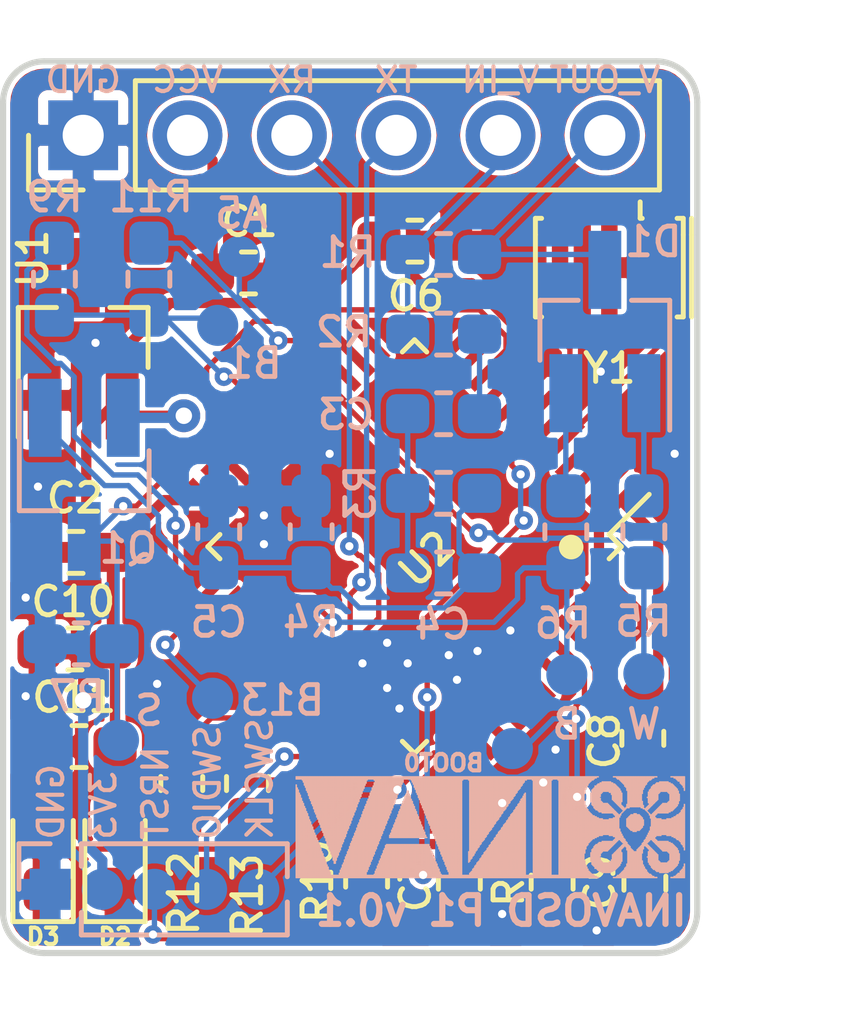
<source format=kicad_pcb>
(kicad_pcb (version 20171130) (host pcbnew "(5.0.1-3-g963ef8bb5)")
  (layers (0 F.Cu signal) (31 B.Cu signal) (34 B.Paste user) (35 F.Paste user) (36 B.SilkS user) (37 F.SilkS user) (38 B.Mask user) (39 F.Mask user) (44 Edge.Cuts user))
  (net 0 "")
  (net 1 GND)
  (net 2 VCC)
  (net 3 +3V3)
  (net 4 "Net-(C3-Pad2)")
  (net 5 "Net-(C3-Pad1)")
  (net 6 "Net-(C4-Pad2)")
  (net 7 "Net-(D1-Pad1)")
  (net 8 "Net-(D1-Pad2)")
  (net 9 /VIDEO_OUT)
  (net 10 /RX1)
  (net 11 /TX1)
  (net 12 /VIDEO_IN)
  (net 13 /NRST)
  (net 14 /SWCLK)
  (net 15 /SWDIO)
  (net 16 /SYNC)
  (net 17 /WHITE)
  (net 18 /BLACK)
  (net 19 /PA5)
  (net 20 /PB1)
  (net 21 /PB13)
  (net 22 "Net-(U2-Pad2)")
  (net 23 "Net-(U2-Pad3)")
  (net 24 "Net-(U2-Pad4)")
  (net 25 "Net-(U2-Pad11)")
  (net 26 "Net-(U2-Pad12)")
  (net 27 "Net-(U2-Pad13)")
  (net 28 "Net-(U2-Pad14)")
  (net 29 "Net-(U2-Pad17)")
  (net 30 "Net-(U2-Pad18)")
  (net 31 "Net-(U2-Pad20)")
  (net 32 "Net-(U2-Pad21)")
  (net 33 "Net-(U2-Pad22)")
  (net 34 "Net-(U2-Pad25)")
  (net 35 "Net-(U2-Pad28)")
  (net 36 "Net-(U2-Pad29)")
  (net 37 "Net-(U2-Pad38)")
  (net 38 "Net-(U2-Pad39)")
  (net 39 "Net-(U2-Pad40)")
  (net 40 "Net-(U2-Pad41)")
  (net 41 "Net-(U2-Pad42)")
  (net 42 "Net-(U2-Pad43)")
  (net 43 "Net-(U2-Pad45)")
  (net 44 "Net-(U2-Pad46)")
  (net 45 "Net-(U2-Pad5)")
  (net 46 "Net-(U2-Pad6)")
  (net 47 "Net-(D2-Pad2)")
  (net 48 "Net-(D3-Pad2)")
  (net 49 /BOOT0)
  (net 50 /LED1)
  (net 51 /LED2)
  (module OSD:LOGO (layer B.Cu) (at 159.7 69.85 180)
    (fp_text reference LOGO hide)
    (fp_text value "" (at 0 0 180) (layer B.SilkS) (effects (font (size 0.7 0.7) (thickness 0.12)) (justify mirror)))
  )
  (module Resistor_SMD:R_0603_1608Metric_Pad1.05x0.95mm_HandSolder (layer B.Cu) (at 153.675 62.9625 180)
    (fp_text reference R3 (at 2.025 0.0125 270) (layer B.SilkS) (effects (font (size 0.7 0.7) (thickness 0.12)) (justify mirror)))
    (fp_text value 2k4)
    (pad 2 smd roundrect (at 0.875 0 180) (size 1.05 0.95) (layers B.Cu B.Paste B.Mask) (net 4 "Net-(C3-Pad2)"))
    (pad 1 smd roundrect (at -0.875 0 180) (size 1.05 0.95) (layers B.Cu B.Paste B.Mask) (net 6 "Net-(C4-Pad2)"))
  )
  (module Capacitor_SMD:C_0603_1608Metric_Pad1.05x0.95mm_HandSolder (layer B.Cu) (at 153.675 64.9)
    (fp_text reference C4 (at -0.025 1.25) (layer B.SilkS) (effects (font (size 0.7 0.7) (thickness 0.12)) (justify mirror)))
    (fp_text value 220n)
    (pad 1 smd roundrect (at -0.875 0) (size 1.05 0.95) (layers B.Cu B.Paste B.Mask) (net 4 "Net-(C3-Pad2)"))
    (pad 2 smd roundrect (at 0.875 0) (size 1.05 0.95) (layers B.Cu B.Paste B.Mask) (net 6 "Net-(C4-Pad2)"))
  )
  (module Capacitor_SMD:C_0603_1608Metric_Pad1.05x0.95mm_HandSolder (layer F.Cu) (at 144.7 66.75 180)
    (fp_text reference C10 (at 0.04 1.15 180) (layer F.SilkS) (effects (font (size 0.7 0.7) (thickness 0.12))))
    (fp_text value 100n)
    (pad 1 smd roundrect (at -0.875 0 180) (size 1.05 0.95) (layers F.Cu F.Paste F.Mask) (net 3 +3V3))
    (pad 2 smd roundrect (at 0.875 0 180) (size 1.05 0.95) (layers F.Cu F.Paste F.Mask) (net 1 GND))
  )
  (module Capacitor_SMD:C_0603_1608Metric_Pad1.05x0.95mm_HandSolder (layer F.Cu) (at 148.925 57.6)
    (fp_text reference C1 (at 0.025 -1.25) (layer F.SilkS) (effects (font (size 0.7 0.7) (thickness 0.12))))
    (fp_text value 1u)
    (pad 2 smd roundrect (at 0.875 0) (size 1.05 0.95) (layers F.Cu F.Paste F.Mask) (net 1 GND))
    (pad 1 smd roundrect (at -0.875 0) (size 1.05 0.95) (layers F.Cu F.Paste F.Mask) (net 2 VCC))
  )
  (module Capacitor_SMD:C_0603_1608Metric_Pad1.05x0.95mm_HandSolder (layer F.Cu) (at 144.725 64.4 180)
    (fp_text reference C2 (at 0.025 1.32 180) (layer F.SilkS) (effects (font (size 0.7 0.7) (thickness 0.12))))
    (fp_text value 1u)
    (pad 1 smd roundrect (at -0.875 0 180) (size 1.05 0.95) (layers F.Cu F.Paste F.Mask) (net 3 +3V3))
    (pad 2 smd roundrect (at 0.875 0 180) (size 1.05 0.95) (layers F.Cu F.Paste F.Mask) (net 1 GND))
  )
  (module Capacitor_SMD:C_0603_1608Metric_Pad1.05x0.95mm_HandSolder (layer B.Cu) (at 153.675 61.025 180)
    (fp_text reference C3 (at 2.375 -0.025 180) (layer B.SilkS) (effects (font (size 0.7 0.7) (thickness 0.12)) (justify mirror)))
    (fp_text value 220n)
    (pad 2 smd roundrect (at 0.875 0 180) (size 1.05 0.95) (layers B.Cu B.Paste B.Mask) (net 4 "Net-(C3-Pad2)"))
    (pad 1 smd roundrect (at -0.875 0 180) (size 1.05 0.95) (layers B.Cu B.Paste B.Mask) (net 5 "Net-(C3-Pad1)"))
  )
  (module Capacitor_SMD:C_0603_1608Metric_Pad1.05x0.95mm_HandSolder (layer B.Cu) (at 148.2 63.9 90)
    (fp_text reference C5 (at -2.2 0 180) (layer B.SilkS) (effects (font (size 0.7 0.7) (thickness 0.12)) (justify mirror)))
    (fp_text value 150p)
    (pad 2 smd roundrect (at 0.875 0 90) (size 1.05 0.95) (layers B.Cu B.Paste B.Mask) (net 1 GND))
    (pad 1 smd roundrect (at -0.875 0 90) (size 1.05 0.95) (layers B.Cu B.Paste B.Mask) (net 6 "Net-(C4-Pad2)"))
  )
  (module Capacitor_SMD:C_0603_1608Metric_Pad1.05x0.95mm_HandSolder (layer F.Cu) (at 158.525 68.925 270)
    (fp_text reference C8 (at 0.065 0.935 270) (layer F.SilkS) (effects (font (size 0.7 0.7) (thickness 0.12))))
    (fp_text value 100n)
    (pad 1 smd roundrect (at -0.875 0 270) (size 1.05 0.95) (layers F.Cu F.Paste F.Mask) (net 3 +3V3))
    (pad 2 smd roundrect (at 0.875 0 270) (size 1.05 0.95) (layers F.Cu F.Paste F.Mask) (net 1 GND))
  )
  (module Capacitor_SMD:C_0603_1608Metric_Pad1.05x0.95mm_HandSolder (layer F.Cu) (at 158.575 72.45 270)
    (fp_text reference C9 (at -0.02 1.095 270) (layer F.SilkS) (effects (font (size 0.7 0.7) (thickness 0.12))))
    (fp_text value 100n)
    (pad 2 smd roundrect (at 0.875 0 270) (size 1.05 0.95) (layers F.Cu F.Paste F.Mask) (net 1 GND))
    (pad 1 smd roundrect (at -0.875 0 270) (size 1.05 0.95) (layers F.Cu F.Paste F.Mask) (net 3 +3V3))
  )
  (module Capacitor_SMD:C_0603_1608Metric_Pad1.05x0.95mm_HandSolder (layer F.Cu) (at 144.8 69.125 180)
    (fp_text reference C11 (at 0.12 1.195 180) (layer F.SilkS) (effects (font (size 0.7 0.7) (thickness 0.12))))
    (fp_text value 100n)
    (pad 2 smd roundrect (at 0.875 0 180) (size 1.05 0.95) (layers F.Cu F.Paste F.Mask) (net 1 GND))
    (pad 1 smd roundrect (at -0.875 0 180) (size 1.05 0.95) (layers F.Cu F.Paste F.Mask) (net 3 +3V3))
  )
  (module Package_TO_SOT_SMD:SOT-23_Handsoldering (layer B.Cu) (at 157.6 59.025 90)
    (fp_text reference D1 (at 2.185 1.18) (layer B.SilkS) (effects (font (size 0.7 0.7) (thickness 0.12)) (justify mirror)))
    (fp_text value BAT54S)
    (pad 1 smd rect (at -1.5 0.95 90) (size 1.9 0.8) (layers B.Cu B.Paste B.Mask) (net 7 "Net-(D1-Pad1)"))
    (pad 2 smd rect (at -1.5 -0.95 90) (size 1.9 0.8) (layers B.Cu B.Paste B.Mask) (net 8 "Net-(D1-Pad2)"))
    (pad 3 smd rect (at 1.5 0 90) (size 1.9 0.8) (layers B.Cu B.Paste B.Mask) (net 9 /VIDEO_OUT))
  )
  (module Connector_PinHeader_2.54mm:PinHeader_1x06_P2.54mm_Vertical (layer F.Cu) (at 144.9 54.25 90)
    (fp_text reference J1 hide)
    (fp_text value Conn_01x06)
    (pad 1 thru_hole rect (at 0 0 90) (size 1.7 1.7) (drill 1) (layers *.Cu *.Mask) (net 1 GND))
    (pad 2 thru_hole oval (at 0 2.54 90) (size 1.7 1.7) (drill 1) (layers *.Cu *.Mask) (net 2 VCC))
    (pad 3 thru_hole oval (at 0 5.08 90) (size 1.7 1.7) (drill 1) (layers *.Cu *.Mask) (net 10 /RX1))
    (pad 4 thru_hole oval (at 0 7.62 90) (size 1.7 1.7) (drill 1) (layers *.Cu *.Mask) (net 11 /TX1))
    (pad 5 thru_hole oval (at 0 10.16 90) (size 1.7 1.7) (drill 1) (layers *.Cu *.Mask) (net 12 /VIDEO_IN))
    (pad 6 thru_hole oval (at 0 12.7 90) (size 1.7 1.7) (drill 1) (layers *.Cu *.Mask) (net 9 /VIDEO_OUT))
  )
  (module Package_TO_SOT_SMD:SOT-23_Handsoldering (layer B.Cu) (at 144.925 62.625 270)
    (fp_text reference Q1 (at 1.675 -1.075) (layer B.SilkS) (effects (font (size 0.7 0.7) (thickness 0.12)) (justify mirror)))
    (fp_text value MMBT3906)
    (pad 1 smd rect (at -1.5 0.95 270) (size 1.9 0.8) (layers B.Cu B.Paste B.Mask) (net 6 "Net-(C4-Pad2)"))
    (pad 2 smd rect (at -1.5 -0.95 270) (size 1.9 0.8) (layers B.Cu B.Paste B.Mask) (net 3 +3V3))
    (pad 3 smd rect (at 1.5 0 270) (size 1.9 0.8) (layers B.Cu B.Paste B.Mask) (net 16 /SYNC))
  )
  (module Resistor_SMD:R_0603_1608Metric_Pad1.05x0.95mm_HandSolder (layer B.Cu) (at 153.675 57.15 180)
    (fp_text reference R1 (at 2.335 0.05 180) (layer B.SilkS) (effects (font (size 0.7 0.7) (thickness 0.12)) (justify mirror)))
    (fp_text value 10)
    (pad 1 smd roundrect (at -0.875 0 180) (size 1.05 0.95) (layers B.Cu B.Paste B.Mask) (net 9 /VIDEO_OUT))
    (pad 2 smd roundrect (at 0.875 0 180) (size 1.05 0.95) (layers B.Cu B.Paste B.Mask) (net 12 /VIDEO_IN))
  )
  (module Resistor_SMD:R_0603_1608Metric_Pad1.05x0.95mm_HandSolder (layer B.Cu) (at 153.675 59.0875 180)
    (fp_text reference R2 (at 2.425 0.05 180) (layer B.SilkS) (effects (font (size 0.7 0.7) (thickness 0.12)) (justify mirror)))
    (fp_text value 100)
    (pad 2 smd roundrect (at 0.875 0 180) (size 1.05 0.95) (layers B.Cu B.Paste B.Mask) (net 12 /VIDEO_IN))
    (pad 1 smd roundrect (at -0.875 0 180) (size 1.05 0.95) (layers B.Cu B.Paste B.Mask) (net 5 "Net-(C3-Pad1)"))
  )
  (module Resistor_SMD:R_0603_1608Metric_Pad1.05x0.95mm_HandSolder (layer B.Cu) (at 150.45 63.9 270)
    (fp_text reference R4 (at 2.2 0) (layer B.SilkS) (effects (font (size 0.7 0.7) (thickness 0.12)) (justify mirror)))
    (fp_text value 150k)
    (pad 2 smd roundrect (at 0.875 0 270) (size 1.05 0.95) (layers B.Cu B.Paste B.Mask) (net 6 "Net-(C4-Pad2)"))
    (pad 1 smd roundrect (at -0.875 0 270) (size 1.05 0.95) (layers B.Cu B.Paste B.Mask) (net 1 GND))
  )
  (module Resistor_SMD:R_0603_1608Metric_Pad1.05x0.95mm_HandSolder (layer B.Cu) (at 158.55 63.9 90)
    (fp_text reference R5 (at -2.18 -0.01 180) (layer B.SilkS) (effects (font (size 0.7 0.7) (thickness 0.12)) (justify mirror)))
    (fp_text value 4k7)
    (pad 2 smd roundrect (at 0.875 0 90) (size 1.05 0.95) (layers B.Cu B.Paste B.Mask) (net 7 "Net-(D1-Pad1)"))
    (pad 1 smd roundrect (at -0.875 0 90) (size 1.05 0.95) (layers B.Cu B.Paste B.Mask) (net 17 /WHITE))
  )
  (module Resistor_SMD:R_0603_1608Metric_Pad1.05x0.95mm_HandSolder (layer B.Cu) (at 156.65 63.9 90)
    (fp_text reference R6 (at -2.23 -0.07 180) (layer B.SilkS) (effects (font (size 0.7 0.7) (thickness 0.12)) (justify mirror)))
    (fp_text value 4k7)
    (pad 1 smd roundrect (at -0.875 0 90) (size 1.05 0.95) (layers B.Cu B.Paste B.Mask) (net 18 /BLACK))
    (pad 2 smd roundrect (at 0.875 0 90) (size 1.05 0.95) (layers B.Cu B.Paste B.Mask) (net 8 "Net-(D1-Pad2)"))
  )
  (module Resistor_SMD:R_0603_1608Metric_Pad1.05x0.95mm_HandSolder (layer B.Cu) (at 144.85 66.625)
    (fp_text reference R7 (at -0.1 1.275) (layer B.SilkS) (effects (font (size 0.7 0.7) (thickness 0.12)) (justify mirror)))
    (fp_text value 2k)
    (pad 1 smd roundrect (at -0.875 0) (size 1.05 0.95) (layers B.Cu B.Paste B.Mask) (net 1 GND))
    (pad 2 smd roundrect (at 0.875 0) (size 1.05 0.95) (layers B.Cu B.Paste B.Mask) (net 16 /SYNC))
  )
  (module Resistor_SMD:R_0603_1608Metric_Pad1.05x0.95mm_HandSolder (layer F.Cu) (at 156.316666 72.425 270)
    (fp_text reference R8 (at -0.085 1.056666 270) (layer F.SilkS) (effects (font (size 0.7 0.7) (thickness 0.12))))
    (fp_text value 100k)
    (pad 1 smd roundrect (at -0.875 0 270) (size 1.05 0.95) (layers F.Cu F.Paste F.Mask) (net 49 /BOOT0))
    (pad 2 smd roundrect (at 0.875 0 270) (size 1.05 0.95) (layers F.Cu F.Paste F.Mask) (net 1 GND))
  )
  (module Resistor_SMD:R_0603_1608Metric_Pad1.05x0.95mm_HandSolder (layer F.Cu) (at 151.8 72.375 270)
    (fp_text reference R10 (at 0.025 1.19 270) (layer F.SilkS) (effects (font (size 0.7 0.7) (thickness 0.12))))
    (fp_text value 1k)
    (pad 1 smd roundrect (at -0.875 0 270) (size 1.05 0.95) (layers F.Cu F.Paste F.Mask) (net 3 +3V3))
    (pad 2 smd roundrect (at 0.875 0 270) (size 1.05 0.95) (layers F.Cu F.Paste F.Mask) (net 13 /NRST))
  )
  (module Resistor_SMD:R_0603_1608Metric_Pad1.05x0.95mm_HandSolder (layer B.Cu) (at 146.5 57.75 90)
    (fp_text reference R11 (at 2 0.05 180) (layer B.SilkS) (effects (font (size 0.7 0.7) (thickness 0.12)) (justify mirror)))
    (fp_text value 100)
    (pad 1 smd roundrect (at -0.875 0 90) (size 1.05 0.95) (layers B.Cu B.Paste B.Mask) (net 20 /PB1))
    (pad 2 smd roundrect (at 0.875 0 90) (size 1.05 0.95) (layers B.Cu B.Paste B.Mask) (net 19 /PA5))
  )
  (module Package_TO_SOT_SMD:SOT-23_Handsoldering (layer F.Cu) (at 144.9 59.2 90)
    (fp_text reference U1 (at 1.95 -1.225 90) (layer F.SilkS) (effects (font (size 0.7 0.7) (thickness 0.12))))
    (fp_text value SC662K-3.3V)
    (pad 3 smd rect (at 1.5 0 90) (size 1.9 0.8) (layers F.Cu F.Paste F.Mask) (net 2 VCC))
    (pad 2 smd rect (at -1.5 0.95 90) (size 1.9 0.8) (layers F.Cu F.Paste F.Mask) (net 3 +3V3))
    (pad 1 smd rect (at -1.5 -0.95 90) (size 1.9 0.8) (layers F.Cu F.Paste F.Mask) (net 1 GND))
  )
  (module Package_QFP:LQFP-48_7x7mm_P0.5mm (layer F.Cu) (at 152.966905 64.259924 225)
    (fp_text reference U2 (at 0 -0.425 225) (layer F.SilkS) (effects (font (size 0.7 0.7) (thickness 0.12))))
    (fp_text value STM32F103CBTx)
    (pad 1 smd rect (at -4.35 -2.75 225) (size 1.3 0.25) (layers F.Cu F.Paste F.Mask) (net 3 +3V3))
    (pad 2 smd rect (at -4.35 -2.25 225) (size 1.3 0.25) (layers F.Cu F.Paste F.Mask) (net 22 "Net-(U2-Pad2)"))
    (pad 3 smd rect (at -4.35 -1.749999 225) (size 1.3 0.25) (layers F.Cu F.Paste F.Mask) (net 23 "Net-(U2-Pad3)"))
    (pad 4 smd rect (at -4.35 -1.25 225) (size 1.3 0.25) (layers F.Cu F.Paste F.Mask) (net 24 "Net-(U2-Pad4)"))
    (pad 5 smd rect (at -4.35 -0.750001 225) (size 1.3 0.25) (layers F.Cu F.Paste F.Mask) (net 45 "Net-(U2-Pad5)"))
    (pad 6 smd rect (at -4.35 -0.25 225) (size 1.3 0.25) (layers F.Cu F.Paste F.Mask) (net 46 "Net-(U2-Pad6)"))
    (pad 7 smd rect (at -4.35 0.25 225) (size 1.3 0.25) (layers F.Cu F.Paste F.Mask) (net 13 /NRST))
    (pad 8 smd rect (at -4.35 0.750001 225) (size 1.3 0.25) (layers F.Cu F.Paste F.Mask) (net 1 GND))
    (pad 9 smd rect (at -4.35 1.25 225) (size 1.3 0.25) (layers F.Cu F.Paste F.Mask) (net 3 +3V3))
    (pad 10 smd rect (at -4.35 1.749999 225) (size 1.3 0.25) (layers F.Cu F.Paste F.Mask) (net 16 /SYNC))
    (pad 11 smd rect (at -4.35 2.25 225) (size 1.3 0.25) (layers F.Cu F.Paste F.Mask) (net 25 "Net-(U2-Pad11)"))
    (pad 12 smd rect (at -4.35 2.75 225) (size 1.3 0.25) (layers F.Cu F.Paste F.Mask) (net 26 "Net-(U2-Pad12)"))
    (pad 13 smd rect (at -2.75 4.35 315) (size 1.3 0.25) (layers F.Cu F.Paste F.Mask) (net 27 "Net-(U2-Pad13)"))
    (pad 14 smd rect (at -2.25 4.35 315) (size 1.3 0.25) (layers F.Cu F.Paste F.Mask) (net 28 "Net-(U2-Pad14)"))
    (pad 15 smd rect (at -1.749999 4.35 315) (size 1.3 0.25) (layers F.Cu F.Paste F.Mask) (net 19 /PA5))
    (pad 16 smd rect (at -1.25 4.35 315) (size 1.3 0.25) (layers F.Cu F.Paste F.Mask) (net 17 /WHITE))
    (pad 17 smd rect (at -0.750001 4.35 315) (size 1.3 0.25) (layers F.Cu F.Paste F.Mask) (net 29 "Net-(U2-Pad17)"))
    (pad 18 smd rect (at -0.25 4.35 315) (size 1.3 0.25) (layers F.Cu F.Paste F.Mask) (net 30 "Net-(U2-Pad18)"))
    (pad 19 smd rect (at 0.25 4.35 315) (size 1.3 0.25) (layers F.Cu F.Paste F.Mask) (net 20 /PB1))
    (pad 20 smd rect (at 0.750001 4.35 315) (size 1.3 0.25) (layers F.Cu F.Paste F.Mask) (net 31 "Net-(U2-Pad20)"))
    (pad 21 smd rect (at 1.25 4.35 315) (size 1.3 0.25) (layers F.Cu F.Paste F.Mask) (net 32 "Net-(U2-Pad21)"))
    (pad 22 smd rect (at 1.749999 4.35 315) (size 1.3 0.25) (layers F.Cu F.Paste F.Mask) (net 33 "Net-(U2-Pad22)"))
    (pad 23 smd rect (at 2.25 4.35 315) (size 1.3 0.25) (layers F.Cu F.Paste F.Mask) (net 1 GND))
    (pad 24 smd rect (at 2.75 4.35 315) (size 1.3 0.25) (layers F.Cu F.Paste F.Mask) (net 3 +3V3))
    (pad 25 smd rect (at 4.35 2.75 225) (size 1.3 0.25) (layers F.Cu F.Paste F.Mask) (net 34 "Net-(U2-Pad25)"))
    (pad 26 smd rect (at 4.35 2.25 225) (size 1.3 0.25) (layers F.Cu F.Paste F.Mask) (net 21 /PB13))
    (pad 27 smd rect (at 4.35 1.749999 225) (size 1.3 0.25) (layers F.Cu F.Paste F.Mask) (net 18 /BLACK))
    (pad 28 smd rect (at 4.35 1.25 225) (size 1.3 0.25) (layers F.Cu F.Paste F.Mask) (net 35 "Net-(U2-Pad28)"))
    (pad 29 smd rect (at 4.35 0.750001 225) (size 1.3 0.25) (layers F.Cu F.Paste F.Mask) (net 36 "Net-(U2-Pad29)"))
    (pad 30 smd rect (at 4.35 0.25 225) (size 1.3 0.25) (layers F.Cu F.Paste F.Mask) (net 11 /TX1))
    (pad 31 smd rect (at 4.35 -0.25 225) (size 1.3 0.25) (layers F.Cu F.Paste F.Mask) (net 10 /RX1))
    (pad 32 smd rect (at 4.35 -0.750001 225) (size 1.3 0.25) (layers F.Cu F.Paste F.Mask) (net 50 /LED1))
    (pad 33 smd rect (at 4.35 -1.25 225) (size 1.3 0.25) (layers F.Cu F.Paste F.Mask) (net 51 /LED2))
    (pad 34 smd rect (at 4.35 -1.749999 225) (size 1.3 0.25) (layers F.Cu F.Paste F.Mask) (net 15 /SWDIO))
    (pad 35 smd rect (at 4.35 -2.25 225) (size 1.3 0.25) (layers F.Cu F.Paste F.Mask) (net 1 GND))
    (pad 36 smd rect (at 4.35 -2.75 225) (size 1.3 0.25) (layers F.Cu F.Paste F.Mask) (net 3 +3V3))
    (pad 37 smd rect (at 2.75 -4.35 315) (size 1.3 0.25) (layers F.Cu F.Paste F.Mask) (net 14 /SWCLK))
    (pad 38 smd rect (at 2.25 -4.35 315) (size 1.3 0.25) (layers F.Cu F.Paste F.Mask) (net 37 "Net-(U2-Pad38)"))
    (pad 39 smd rect (at 1.749999 -4.35 315) (size 1.3 0.25) (layers F.Cu F.Paste F.Mask) (net 38 "Net-(U2-Pad39)"))
    (pad 40 smd rect (at 1.25 -4.35 315) (size 1.3 0.25) (layers F.Cu F.Paste F.Mask) (net 39 "Net-(U2-Pad40)"))
    (pad 41 smd rect (at 0.750001 -4.35 315) (size 1.3 0.25) (layers F.Cu F.Paste F.Mask) (net 40 "Net-(U2-Pad41)"))
    (pad 42 smd rect (at 0.25 -4.35 315) (size 1.3 0.25) (layers F.Cu F.Paste F.Mask) (net 41 "Net-(U2-Pad42)"))
    (pad 43 smd rect (at -0.25 -4.35 315) (size 1.3 0.25) (layers F.Cu F.Paste F.Mask) (net 42 "Net-(U2-Pad43)"))
    (pad 44 smd rect (at -0.750001 -4.35 315) (size 1.3 0.25) (layers F.Cu F.Paste F.Mask) (net 49 /BOOT0))
    (pad 45 smd rect (at -1.25 -4.35 315) (size 1.3 0.25) (layers F.Cu F.Paste F.Mask) (net 43 "Net-(U2-Pad45)"))
    (pad 46 smd rect (at -1.749999 -4.35 315) (size 1.3 0.25) (layers F.Cu F.Paste F.Mask) (net 44 "Net-(U2-Pad46)"))
    (pad 47 smd rect (at -2.25 -4.35 315) (size 1.3 0.25) (layers F.Cu F.Paste F.Mask) (net 1 GND))
    (pad 48 smd rect (at -2.75 -4.35 315) (size 1.3 0.25) (layers F.Cu F.Paste F.Mask) (net 3 +3V3))
  )
  (module Crystal:Resonator_SMD_muRata_CSTxExxV-3Pin_3.0x1.1mm_HandSoldering (layer F.Cu) (at 157.71 57.47 180)
    (fp_text reference Y1 (at 0 -2.45 180) (layer F.SilkS) (effects (font (size 0.7 0.7) (thickness 0.12))))
    (fp_text value CSTCE8M00G15C99-R0)
    (pad 1 smd rect (at -1.2 0 180) (size 0.4 3.2) (layers F.Cu F.Paste F.Mask) (net 45 "Net-(U2-Pad5)"))
    (pad 2 smd rect (at 0 0 180) (size 0.4 3.2) (layers F.Cu F.Paste F.Mask) (net 1 GND))
    (pad 3 smd rect (at 1.2 0 180) (size 0.4 3.2) (layers F.Cu F.Paste F.Mask) (net 46 "Net-(U2-Pad6)"))
  )
  (module Resistor_SMD:R_0603_1608Metric_Pad1.05x0.95mm_HandSolder (layer B.Cu) (at 144.2 57.75 270)
    (fp_text reference R9 (at -2 0) (layer B.SilkS) (effects (font (size 0.7 0.7) (thickness 0.12)) (justify mirror)))
    (fp_text value 100)
    (pad 1 smd roundrect (at -0.875 0 270) (size 1.05 0.95) (layers B.Cu B.Paste B.Mask) (net 21 /PB13))
    (pad 2 smd roundrect (at 0.875 0 270) (size 1.05 0.95) (layers B.Cu B.Paste B.Mask) (net 20 /PB1))
  )
  (module Capacitor_SMD:C_0603_1608Metric_Pad1.05x0.95mm_HandSolder (layer F.Cu) (at 152.975 56.825)
    (fp_text reference C6 (at 0.025 1.335) (layer F.SilkS) (effects (font (size 0.7 0.7) (thickness 0.12))))
    (fp_text value 100n)
    (pad 1 smd roundrect (at -0.875 0) (size 1.05 0.95) (layers F.Cu F.Paste F.Mask) (net 3 +3V3))
    (pad 2 smd roundrect (at 0.875 0) (size 1.05 0.95) (layers F.Cu F.Paste F.Mask) (net 1 GND))
  )
  (module Capacitor_SMD:C_0603_1608Metric_Pad1.05x0.95mm_HandSolder (layer F.Cu) (at 154.058333 72.425 270)
    (fp_text reference C7 (at 0.045 1.068333 270) (layer F.SilkS) (effects (font (size 0.7 0.7) (thickness 0.12))))
    (fp_text value 1u)
    (pad 2 smd roundrect (at 0.875 0 270) (size 1.05 0.95) (layers F.Cu F.Paste F.Mask) (net 1 GND))
    (pad 1 smd roundrect (at -0.875 0 270) (size 1.05 0.95) (layers F.Cu F.Paste F.Mask) (net 3 +3V3))
  )
  (module OSD:PinHeader_SMD_1x05_P1.27mm_Vertical (layer B.Cu) (at 144.095 72.6 270)
    (fp_text reference J2 hide)
    (fp_text value Conn_01x05)
    (pad 1 smd rect (at 0 0 270) (size 1 1) (layers B.Cu B.Paste B.Mask) (net 1 GND))
    (pad 2 smd oval (at 0 -1.27 270) (size 1 1) (layers B.Cu B.Paste B.Mask) (net 3 +3V3))
    (pad 3 smd oval (at 0 -2.54 270) (size 1 1) (layers B.Cu B.Paste B.Mask) (net 13 /NRST))
    (pad 4 smd oval (at 0 -3.81 270) (size 1 1) (layers B.Cu B.Paste B.Mask) (net 15 /SWDIO))
    (pad 5 smd oval (at 0 -5.08 270) (size 1 1) (layers B.Cu B.Paste B.Mask) (net 14 /SWCLK))
  )
  (module OSD:PinHeader_SMD_1x01_P1.27mm_Vertical (layer B.Cu) (at 145.76 68.97)
    (fp_text reference J3 hide)
    (fp_text value S (at 0.74 -0.72) (layer B.SilkS) (effects (font (size 0.7 0.7) (thickness 0.12)) (justify mirror)))
    (pad 1 smd circle (at 0 0) (size 1 1) (layers B.Cu B.Paste B.Mask) (net 16 /SYNC))
  )
  (module OSD:PinHeader_SMD_1x01_P1.27mm_Vertical (layer B.Cu) (at 156.675 67.375)
    (fp_text reference J4 hide)
    (fp_text value B (at 0 1.205) (layer B.SilkS) (effects (font (size 0.7 0.7) (thickness 0.12)) (justify mirror)))
    (pad 1 smd circle (at 0 0) (size 1 1) (layers B.Cu B.Paste B.Mask) (net 18 /BLACK))
  )
  (module OSD:PinHeader_SMD_1x01_P1.27mm_Vertical (layer B.Cu) (at 148.05 67.95)
    (fp_text reference J5 hide)
    (fp_text value B13 (at 1.7 0.05) (layer B.SilkS) (effects (font (size 0.7 0.7) (thickness 0.12)) (justify mirror)))
    (pad 1 smd circle (at 0 0) (size 1 1) (layers B.Cu B.Paste B.Mask) (net 21 /PB13))
  )
  (module OSD:PinHeader_SMD_1x01_P1.27mm_Vertical (layer B.Cu) (at 158.55 67.35)
    (fp_text reference J6 hide)
    (fp_text value W (at 0 1.23) (layer B.SilkS) (effects (font (size 0.7 0.7) (thickness 0.12)) (justify mirror)))
    (pad 1 smd circle (at 0 0) (size 1 1) (layers B.Cu B.Paste B.Mask) (net 17 /WHITE))
  )
  (module OSD:PinHeader_SMD_1x01_P1.27mm_Vertical (layer B.Cu) (at 148.175 58.875)
    (fp_text reference J7 hide)
    (fp_text value B1 (at 0.875 0.925) (layer B.SilkS) (effects (font (size 0.7 0.7) (thickness 0.12)) (justify mirror)))
    (pad 1 smd circle (at 0 0) (size 1 1) (layers B.Cu B.Paste B.Mask) (net 20 /PB1))
  )
  (module OSD:PinHeader_SMD_1x01_P1.27mm_Vertical (layer B.Cu) (at 148.7 57.2)
    (fp_text reference J8 hide)
    (fp_text value A5 (at 0.05 -1.05) (layer B.SilkS) (effects (font (size 0.7 0.7) (thickness 0.12)) (justify mirror)))
    (pad 1 smd circle (at 0 0) (size 1 1) (layers B.Cu B.Paste B.Mask) (net 19 /PA5))
  )
  (module OSD:PinHeader_SMD_1x01_P1.27mm_Vertical (layer B.Cu) (at 155.35 69.175)
    (fp_text reference J9 hide)
    (fp_text value BOOT0 (at -1.675 0.35) (layer B.SilkS) (effects (font (size 0.4 0.4) (thickness 0.1)) (justify mirror)))
    (pad 1 smd circle (at 0 0) (size 1 1) (layers B.Cu B.Paste B.Mask) (net 49 /BOOT0))
  )
  (module Resistor_SMD:R_0603_1608Metric_Pad1.05x0.95mm_HandSolder (layer F.Cu) (at 147.3 70.025 90)
    (fp_text reference R12 (at -2.675 0.05 90) (layer F.SilkS) (effects (font (size 0.7 0.7) (thickness 0.12))))
    (fp_text value 100)
    (pad 2 smd roundrect (at 0.875 0 90) (size 1.05 0.95) (layers F.Cu F.Paste F.Mask) (net 50 /LED1))
    (pad 1 smd roundrect (at -0.875 0 90) (size 1.05 0.95) (layers F.Cu F.Paste F.Mask) (net 47 "Net-(D2-Pad2)"))
  )
  (module Resistor_SMD:R_0603_1608Metric_Pad1.05x0.95mm_HandSolder (layer F.Cu) (at 148.9 70.025 90)
    (fp_text reference R13 (at -2.725 0 90) (layer F.SilkS) (effects (font (size 0.7 0.7) (thickness 0.12))))
    (fp_text value 100)
    (pad 1 smd roundrect (at -0.875 0 90) (size 1.05 0.95) (layers F.Cu F.Paste F.Mask) (net 48 "Net-(D3-Pad2)"))
    (pad 2 smd roundrect (at 0.875 0 90) (size 1.05 0.95) (layers F.Cu F.Paste F.Mask) (net 51 /LED2))
  )
  (module LED_SMD:LED_0603_1608Metric_Pad1.05x0.95mm_HandSolder (layer F.Cu) (at 145.675 71.725 90)
    (fp_text reference D2 (at -2.025 0 180) (layer F.SilkS) (effects (font (size 0.4 0.4) (thickness 0.1))))
    (fp_text value LED)
    (pad 1 smd roundrect (at -0.875 0 90) (size 1.05 0.95) (layers F.Cu F.Paste F.Mask) (net 1 GND))
    (pad 2 smd roundrect (at 0.875 0 90) (size 1.05 0.95) (layers F.Cu F.Paste F.Mask) (net 47 "Net-(D2-Pad2)"))
  )
  (module LED_SMD:LED_0603_1608Metric_Pad1.05x0.95mm_HandSolder (layer F.Cu) (at 143.925 71.725 90)
    (fp_text reference D3 (at -2.025 0 180) (layer F.SilkS) (effects (font (size 0.4 0.4) (thickness 0.1))))
    (fp_text value LED)
    (pad 2 smd roundrect (at 0.875 0 90) (size 1.05 0.95) (layers F.Cu F.Paste F.Mask) (net 48 "Net-(D3-Pad2)"))
    (pad 1 smd roundrect (at -0.875 0 90) (size 1.05 0.95) (layers F.Cu F.Paste F.Mask) (net 1 GND))
  )
  (gr_text "INAVOSD P1 v0.1\n" (at 159.675 73.125) (layer B.SilkS) (effects (font (size 0.7 0.7)) (justify left mirror)))
  (gr_text GND (at 144.12 71.45 90) (layer B.SilkS) (effects (font (size 0.6 0.6) (thickness 0.1)) (justify right mirror)))
  (gr_text 3V3 (at 145.39 71.45 90) (layer B.SilkS) (effects (font (size 0.6 0.6) (thickness 0.1)) (justify right mirror)))
  (gr_text NRST (at 146.66 71.45 90) (layer B.SilkS) (effects (font (size 0.6 0.6) (thickness 0.1)) (justify right mirror)))
  (gr_text SWDIO (at 147.93 71.45 90) (layer B.SilkS) (effects (font (size 0.6 0.6) (thickness 0.1)) (justify right mirror)))
  (gr_text SWCLK (at 149.2 71.45 90) (layer B.SilkS) (effects (font (size 0.6 0.6) (thickness 0.1)) (justify right mirror)))
  (gr_text GND (at 144.9 52.9) (layer B.SilkS) (effects (font (size 0.6 0.6) (thickness 0.1)) (justify mirror)))
  (gr_text VCC (at 147.44 52.9) (layer B.SilkS) (effects (font (size 0.6 0.6) (thickness 0.1)) (justify mirror)))
  (gr_text RX (at 149.98 52.9) (layer B.SilkS) (effects (font (size 0.6 0.6) (thickness 0.1)) (justify mirror)))
  (gr_text TX (at 152.52 52.9) (layer B.SilkS) (effects (font (size 0.6 0.6) (thickness 0.1)) (justify mirror)))
  (gr_text V_IN (at 155.06 52.9) (layer B.SilkS) (effects (font (size 0.6 0.6) (thickness 0.1)) (justify mirror)))
  (gr_text V_OUT (at 157.6 52.9) (layer B.SilkS) (effects (font (size 0.6 0.6) (thickness 0.1)) (justify mirror)))
  (gr_line (start 143.95 74.15) (end 158.85 74.15) (layer Edge.Cuts) (width 0.15))
  (gr_arc (start 158.85 73.15) (end 158.85 74.15) (angle -90) (layer Edge.Cuts) (width 0.15))
  (gr_arc (start 158.85 53.45) (end 159.85 53.45) (angle -90) (layer Edge.Cuts) (width 0.15))
  (gr_arc (start 143.95 53.45) (end 143.95 52.45) (angle -90) (layer Edge.Cuts) (width 0.15))
  (gr_arc (start 143.95 73.15) (end 142.95 73.15) (angle -90) (layer Edge.Cuts) (width 0.15))
  (gr_circle (center 156.78 64.27) (end 156.93 64.27) (layer F.SilkS) (width 0.3))
  (gr_line (start 158.85 52.45) (end 143.95 52.45) (layer Edge.Cuts) (width 0.15))
  (gr_line (start 159.85 73.15) (end 159.85 53.45) (layer Edge.Cuts) (width 0.15))
  (gr_line (start 142.95 53.45) (end 142.95 73.15) (layer Edge.Cuts) (width 0.15))
  (via (at 149.3 63.5) (size 0.45) (drill 0.2) (layers F.Cu B.Cu) (net 1))
  (via (at 149.3 64.2) (size 0.45) (drill 0.2) (layers F.Cu B.Cu) (net 1))
  (via (at 150.9 62) (size 0.45) (drill 0.2) (layers F.Cu B.Cu) (net 1))
  (via (at 151.7 67.1) (size 0.45) (drill 0.2) (layers F.Cu B.Cu) (net 1))
  (via (at 152.3 66.6) (size 0.45) (drill 0.2) (layers F.Cu B.Cu) (net 1))
  (via (at 152.3 67.7) (size 0.45) (drill 0.2) (layers F.Cu B.Cu) (net 1))
  (via (at 152.8 67.1) (size 0.45) (drill 0.2) (layers F.Cu B.Cu) (net 1))
  (via (at 153.8 66.9) (size 0.45) (drill 0.2) (layers F.Cu B.Cu) (net 1))
  (via (at 154.5 66.8) (size 0.45) (drill 0.2) (layers F.Cu B.Cu) (net 1))
  (via (at 154 67.5) (size 0.45) (drill 0.2) (layers F.Cu B.Cu) (net 1))
  (via (at 152.6 68.2) (size 0.45) (drill 0.2) (layers F.Cu B.Cu) (net 1))
  (via (at 155.3 66.3) (size 0.45) (drill 0.2) (layers F.Cu B.Cu) (net 1))
  (via (at 146.7 67.6) (size 0.45) (drill 0.2) (layers F.Cu B.Cu) (net 1))
  (via (at 155.1 73.2) (size 0.45) (drill 0.2) (layers F.Cu B.Cu) (net 1))
  (via (at 157.4 73.6) (size 0.45) (drill 0.2) (layers F.Cu B.Cu) (net 1))
  (via (at 155.1 70.5) (size 0.45) (drill 0.2) (layers F.Cu B.Cu) (net 1))
  (via (at 156.1 70) (size 0.45) (drill 0.2) (layers F.Cu B.Cu) (net 1))
  (via (at 156.4 69.2) (size 0.45) (drill 0.2) (layers F.Cu B.Cu) (net 1))
  (via (at 159.3 62) (size 0.45) (drill 0.2) (layers F.Cu B.Cu) (net 1))
  (via (at 143.5 67.9) (size 0.45) (drill 0.2) (layers F.Cu B.Cu) (net 1))
  (via (at 143.5 65.499998) (size 0.45) (drill 0.2) (layers F.Cu B.Cu) (net 1))
  (via (at 143.8 62.8) (size 0.45) (drill 0.2) (layers F.Cu B.Cu) (net 1))
  (via (at 145.2 59.3) (size 0.45) (drill 0.2) (layers F.Cu B.Cu) (net 1))
  (via (at 157.5 60) (size 0.45) (drill 0.2) (layers F.Cu B.Cu) (net 1))
  (segment (start 144.9 57.6) (end 144.8 57.7) (width 0.25) (layer F.Cu) (net 2))
  (segment (start 148.05 57.6) (end 144.9 57.6) (width 0.25) (layer F.Cu) (net 2))
  (segment (start 148.05 54.86) (end 147.44 54.25) (width 0.25) (layer F.Cu) (net 2))
  (segment (start 148.05 57.6) (end 148.05 54.86) (width 0.25) (layer F.Cu) (net 2))
  (via (at 147.35 61.075) (size 0.8) (drill 0.4) (layers F.Cu B.Cu) (net 3))
  (segment (start 147.3 61.125) (end 147.35 61.075) (width 0.25) (layer B.Cu) (net 3))
  (segment (start 145.875 61.125) (end 147.3 61.125) (width 0.25) (layer B.Cu) (net 3))
  (segment (start 146.225 61.075) (end 145.85 60.7) (width 0.25) (layer F.Cu) (net 3))
  (segment (start 147.35 61.075) (end 146.225 61.075) (width 0.25) (layer F.Cu) (net 3))
  (segment (start 145.6 66.675) (end 145.7 66.775) (width 0.25) (layer F.Cu) (net 3))
  (segment (start 145.6 64.4) (end 145.6 66.675) (width 0.25) (layer F.Cu) (net 3))
  (segment (start 146.871447 63.128553) (end 147.946447 63.128553) (width 0.25) (layer F.Cu) (net 3))
  (segment (start 145.6 64.4) (end 146.871447 63.128553) (width 0.25) (layer F.Cu) (net 3))
  (segment (start 145.675 66.85) (end 145.575 66.75) (width 0.25) (layer F.Cu) (net 3))
  (segment (start 145.675 69.125) (end 145.675 66.85) (width 0.25) (layer F.Cu) (net 3))
  (segment (start 151.300928 69.814988) (end 151.305205 69.810711) (width 0.25) (layer F.Cu) (net 3))
  (segment (start 151.300928 71.000928) (end 151.300928 69.814988) (width 0.25) (layer F.Cu) (net 3))
  (segment (start 151.305205 69.810711) (end 151.835534 69.280382) (width 0.25) (layer F.Cu) (net 3))
  (segment (start 151.8 71.5) (end 151.300928 71.000928) (width 0.25) (layer F.Cu) (net 3))
  (segment (start 158.517692 66.23984) (end 157.725 67.032532) (width 0.25) (layer F.Cu) (net 3))
  (segment (start 158.517692 65.921624) (end 158.517692 66.23984) (width 0.25) (layer F.Cu) (net 3))
  (segment (start 157.987363 65.391295) (end 158.517692 65.921624) (width 0.25) (layer F.Cu) (net 3))
  (segment (start 157.457034 63.658882) (end 157.457034 64.860966) (width 0.25) (layer F.Cu) (net 3))
  (segment (start 157.987363 63.128553) (end 157.457034 63.658882) (width 0.25) (layer F.Cu) (net 3))
  (segment (start 157.457034 64.860966) (end 157.987363 65.391295) (width 0.25) (layer F.Cu) (net 3))
  (segment (start 144.975 61.475) (end 145.75 60.7) (width 0.25) (layer F.Cu) (net 3))
  (segment (start 144.975 63.775) (end 144.975 61.475) (width 0.25) (layer F.Cu) (net 3))
  (segment (start 145.6 64.4) (end 144.975 63.775) (width 0.25) (layer F.Cu) (net 3))
  (segment (start 154.356398 57.85) (end 153.125 57.85) (width 0.25) (layer F.Cu) (net 3))
  (segment (start 155.689265 59.182867) (end 154.356398 57.85) (width 0.25) (layer F.Cu) (net 3))
  (segment (start 153.125 57.85) (end 152.599072 57.324072) (width 0.25) (layer F.Cu) (net 3))
  (segment (start 155.689265 59.769797) (end 155.689265 59.182867) (width 0.25) (layer F.Cu) (net 3))
  (segment (start 152.599072 57.324072) (end 152.1 56.825) (width 0.25) (layer F.Cu) (net 3))
  (segment (start 155.158936 60.300126) (end 155.689265 59.769797) (width 0.25) (layer F.Cu) (net 3))
  (segment (start 151.573366 57.324072) (end 151.600928 57.324072) (width 0.25) (layer F.Cu) (net 3))
  (segment (start 150.567428 58.33001) (end 151.573366 57.324072) (width 0.25) (layer F.Cu) (net 3))
  (segment (start 147.01999 58.33001) (end 150.567428 58.33001) (width 0.25) (layer F.Cu) (net 3))
  (segment (start 145.85 59.5) (end 147.01999 58.33001) (width 0.25) (layer F.Cu) (net 3))
  (segment (start 151.600928 57.324072) (end 152.1 56.825) (width 0.25) (layer F.Cu) (net 3))
  (segment (start 145.85 60.7) (end 145.85 59.5) (width 0.25) (layer F.Cu) (net 3))
  (segment (start 157.725 70.725) (end 158.575 71.575) (width 0.25) (layer F.Cu) (net 3))
  (segment (start 157.725 67.032532) (end 157.725 70.725) (width 0.25) (layer F.Cu) (net 3))
  (segment (start 158.9 64.04119) (end 157.987363 63.128553) (width 0.25) (layer F.Cu) (net 3))
  (segment (start 158.9 67.875) (end 158.9 64.04119) (width 0.25) (layer F.Cu) (net 3))
  (segment (start 158.725 68.05) (end 158.9 67.875) (width 0.25) (layer F.Cu) (net 3))
  (segment (start 151.8 71.5) (end 154.525 71.5) (width 0.25) (layer F.Cu) (net 3))
  (segment (start 158.075928 72.074072) (end 158.575 71.575) (width 0.25) (layer F.Cu) (net 3))
  (segment (start 157.81999 72.33001) (end 158.075928 72.074072) (width 0.25) (layer F.Cu) (net 3))
  (segment (start 155.413343 72.33001) (end 157.81999 72.33001) (width 0.25) (layer F.Cu) (net 3))
  (segment (start 154.633333 71.55) (end 155.413343 72.33001) (width 0.25) (layer F.Cu) (net 3))
  (segment (start 154.058333 71.55) (end 154.633333 71.55) (width 0.25) (layer F.Cu) (net 3))
  (segment (start 145.365 72.6) (end 145.365 71.892894) (width 0.25) (layer B.Cu) (net 3))
  (segment (start 145.365 71.892894) (end 144.9 71.427894) (width 0.25) (layer B.Cu) (net 3))
  (segment (start 144.9 71.427894) (end 144.9 68) (width 0.25) (layer B.Cu) (net 3))
  (via (at 144.9 68) (size 0.8) (drill 0.4) (layers F.Cu B.Cu) (net 3))
  (segment (start 144.9 67.425) (end 145.575 66.75) (width 0.25) (layer F.Cu) (net 3))
  (segment (start 144.9 68) (end 144.9 67.425) (width 0.25) (layer F.Cu) (net 3))
  (segment (start 151.115916 70) (end 151.305205 69.810711) (width 0.25) (layer F.Cu) (net 3))
  (segment (start 146.55 70) (end 151.115916 70) (width 0.25) (layer F.Cu) (net 3))
  (segment (start 145.675 69.125) (end 146.55 70) (width 0.25) (layer F.Cu) (net 3))
  (segment (start 152.8 61.025) (end 152.8 62.9625) (width 0.13) (layer B.Cu) (net 4))
  (segment (start 152.8 62.9625) (end 152.8 64.9) (width 0.13) (layer B.Cu) (net 4))
  (segment (start 154.55 60.85) (end 154.6 60.9) (width 0.13) (layer B.Cu) (net 5))
  (segment (start 154.55 59) (end 154.55 60.85) (width 0.13) (layer B.Cu) (net 5))
  (segment (start 150.45 64.775) (end 147.9 64.775) (width 0.13) (layer B.Cu) (net 6))
  (segment (start 151.621593 65.749989) (end 153.700011 65.749989) (width 0.13) (layer B.Cu) (net 6))
  (segment (start 153.700011 65.749989) (end 154.050928 65.399072) (width 0.13) (layer B.Cu) (net 6))
  (segment (start 154.050928 65.399072) (end 154.55 64.9) (width 0.13) (layer B.Cu) (net 6))
  (segment (start 150.949072 65.274072) (end 151.145676 65.274072) (width 0.13) (layer B.Cu) (net 6))
  (segment (start 151.145676 65.274072) (end 151.621593 65.749989) (width 0.13) (layer B.Cu) (net 6))
  (segment (start 150.45 64.775) (end 150.949072 65.274072) (width 0.13) (layer B.Cu) (net 6))
  (segment (start 154.050928 64.400928) (end 154.55 64.9) (width 0.13) (layer B.Cu) (net 6))
  (segment (start 154.050928 63.461572) (end 154.050928 64.400928) (width 0.13) (layer B.Cu) (net 6))
  (segment (start 154.55 62.9625) (end 154.050928 63.461572) (width 0.13) (layer B.Cu) (net 6))
  (segment (start 143.975 61.325) (end 143.975 61.125) (width 0.13) (layer B.Cu) (net 6))
  (segment (start 145.2 62.55) (end 143.975 61.325) (width 0.13) (layer B.Cu) (net 6))
  (segment (start 145.374999 62.724999) (end 145.2 62.55) (width 0.13) (layer B.Cu) (net 6))
  (segment (start 147.553396 64.775) (end 146.729998 63.951602) (width 0.13) (layer B.Cu) (net 6))
  (segment (start 146 62.775) (end 145.425 62.775) (width 0.13) (layer B.Cu) (net 6))
  (segment (start 146.729998 63.951602) (end 146.729998 63.504998) (width 0.13) (layer B.Cu) (net 6))
  (segment (start 145.425 62.775) (end 145.2 62.55) (width 0.13) (layer B.Cu) (net 6))
  (segment (start 146.729998 63.504998) (end 146 62.775) (width 0.13) (layer B.Cu) (net 6))
  (segment (start 148.2 64.775) (end 147.553396 64.775) (width 0.13) (layer B.Cu) (net 6))
  (segment (start 158.55 60.525) (end 158.55 63.025) (width 0.13) (layer B.Cu) (net 7))
  (segment (start 156.65 60.525) (end 156.65 63.025) (width 0.13) (layer B.Cu) (net 8))
  (segment (start 157.45 54.25) (end 157.6 54.25) (width 0.13) (layer B.Cu) (net 9))
  (segment (start 154.55 57.15) (end 157.45 54.25) (width 0.13) (layer B.Cu) (net 9))
  (segment (start 157.225 57.15) (end 157.6 57.525) (width 0.13) (layer B.Cu) (net 9))
  (segment (start 154.55 57.15) (end 157.225 57.15) (width 0.13) (layer B.Cu) (net 9))
  (segment (start 151.38 55.65) (end 151.38 64.25) (width 0.13) (layer B.Cu) (net 10))
  (via (at 151.38 64.25) (size 0.45) (drill 0.2) (layers F.Cu B.Cu) (net 10))
  (segment (start 149.98 54.25) (end 151.38 55.65) (width 0.13) (layer B.Cu) (net 10))
  (segment (start 150.598096 66.982286) (end 150.067767 67.512615) (width 0.13) (layer F.Cu) (net 10))
  (segment (start 152.095001 65.997707) (end 151.110422 66.982286) (width 0.13) (layer F.Cu) (net 10))
  (segment (start 152.095001 64.923399) (end 152.095001 65.997707) (width 0.13) (layer F.Cu) (net 10))
  (segment (start 151.110422 66.982286) (end 150.598096 66.982286) (width 0.13) (layer F.Cu) (net 10))
  (segment (start 151.646601 64.474999) (end 152.095001 64.923399) (width 0.13) (layer F.Cu) (net 10))
  (segment (start 151.604999 64.474999) (end 151.646601 64.474999) (width 0.13) (layer F.Cu) (net 10))
  (segment (start 151.38 64.25) (end 151.604999 64.474999) (width 0.13) (layer F.Cu) (net 10))
  (via (at 151.675 65.125) (size 0.45) (drill 0.2) (layers F.Cu B.Cu) (net 11))
  (segment (start 151.8 65) (end 151.675 65.125) (width 0.13) (layer B.Cu) (net 11))
  (segment (start 151.8 54.97) (end 151.8 65) (width 0.13) (layer B.Cu) (net 11))
  (segment (start 152.52 54.25) (end 151.8 54.97) (width 0.13) (layer B.Cu) (net 11))
  (segment (start 150.244543 66.628733) (end 149.714214 67.159062) (width 0.13) (layer F.Cu) (net 11))
  (segment (start 151.096267 66.628733) (end 150.244543 66.628733) (width 0.13) (layer F.Cu) (net 11))
  (segment (start 151.4 66.325) (end 151.096267 66.628733) (width 0.13) (layer F.Cu) (net 11))
  (segment (start 151.375 65.45) (end 151.4 65.475) (width 0.13) (layer F.Cu) (net 11))
  (segment (start 151.675 65.15) (end 151.375 65.45) (width 0.13) (layer F.Cu) (net 11))
  (segment (start 151.4 65.475) (end 151.4 66.325) (width 0.13) (layer F.Cu) (net 11))
  (segment (start 151.675 65.125) (end 151.675 65.15) (width 0.13) (layer F.Cu) (net 11))
  (segment (start 155.06 54.89) (end 155.06 54.25) (width 0.13) (layer B.Cu) (net 12))
  (segment (start 152.8 57.15) (end 155.06 54.89) (width 0.13) (layer B.Cu) (net 12))
  (segment (start 152.8 57.15) (end 152.8 59) (width 0.13) (layer B.Cu) (net 12))
  (via (at 155.55 62.5) (size 0.45) (drill 0.2) (layers F.Cu B.Cu) (net 13))
  (segment (start 155.335714 62.285714) (end 155.55 62.5) (width 0.13) (layer F.Cu) (net 13))
  (segment (start 155.335714 61.537562) (end 155.335714 62.285714) (width 0.13) (layer F.Cu) (net 13))
  (segment (start 155.866043 61.007233) (end 155.335714 61.537562) (width 0.13) (layer F.Cu) (net 13))
  (segment (start 155.55 63.55) (end 155.625 63.625) (width 0.13) (layer B.Cu) (net 13))
  (via (at 155.625 63.625) (size 0.45) (drill 0.2) (layers F.Cu B.Cu) (net 13))
  (segment (start 155.55 62.5) (end 155.55 63.55) (width 0.13) (layer B.Cu) (net 13))
  (via (at 153.275 67.925) (size 0.45) (drill 0.2) (layers F.Cu B.Cu) (net 13))
  (segment (start 155.625 63.625) (end 153.275 65.975) (width 0.13) (layer F.Cu) (net 13))
  (segment (start 153.275 65.975) (end 153.275 67.606802) (width 0.13) (layer F.Cu) (net 13))
  (segment (start 153.275 67.606802) (end 153.275 67.925) (width 0.13) (layer F.Cu) (net 13))
  (via (at 153.175 72.25) (size 0.45) (drill 0.2) (layers F.Cu B.Cu) (net 13))
  (segment (start 152.8 72.25) (end 152.856802 72.25) (width 0.13) (layer F.Cu) (net 13))
  (segment (start 153.275 67.925) (end 153.275 72.15) (width 0.13) (layer B.Cu) (net 13))
  (segment (start 151.8 73.25) (end 152.8 72.25) (width 0.13) (layer F.Cu) (net 13))
  (segment (start 152.856802 72.25) (end 153.175 72.25) (width 0.13) (layer F.Cu) (net 13))
  (segment (start 153.275 72.15) (end 153.175 72.25) (width 0.13) (layer B.Cu) (net 13))
  (segment (start 146.635 73.665) (end 146.6 73.7) (width 0.13) (layer B.Cu) (net 13))
  (via (at 146.6 73.7) (size 0.45) (drill 0.2) (layers F.Cu B.Cu) (net 13))
  (segment (start 146.635 72.6) (end 146.635 73.665) (width 0.13) (layer B.Cu) (net 13))
  (segment (start 146.7 73.8) (end 146.6 73.7) (width 0.13) (layer F.Cu) (net 13))
  (segment (start 151.25 73.8) (end 146.7 73.8) (width 0.13) (layer F.Cu) (net 13))
  (segment (start 151.8 73.25) (end 151.25 73.8) (width 0.13) (layer F.Cu) (net 13))
  (segment (start 153.444618 69.280382) (end 152.55 70.175) (width 0.13) (layer F.Cu) (net 14))
  (via (at 152.55 70.175) (size 0.45) (drill 0.2) (layers F.Cu B.Cu) (net 14))
  (segment (start 154.098276 69.280382) (end 153.444618 69.280382) (width 0.13) (layer F.Cu) (net 14))
  (segment (start 151.6 70.175) (end 149.175 72.6) (width 0.13) (layer B.Cu) (net 14))
  (segment (start 152.55 70.175) (end 151.6 70.175) (width 0.13) (layer B.Cu) (net 14))
  (segment (start 150.118198 69.37001) (end 149.8 69.37001) (width 0.13) (layer F.Cu) (net 15))
  (via (at 149.8 69.37001) (size 0.45) (drill 0.2) (layers F.Cu B.Cu) (net 15))
  (segment (start 151.128427 68.573275) (end 150.331692 69.37001) (width 0.13) (layer F.Cu) (net 15))
  (segment (start 147.905 72.6) (end 147.905 71.26501) (width 0.13) (layer B.Cu) (net 15))
  (segment (start 147.905 71.26501) (end 149.575001 69.595009) (width 0.13) (layer B.Cu) (net 15))
  (segment (start 150.331692 69.37001) (end 150.118198 69.37001) (width 0.13) (layer F.Cu) (net 15))
  (segment (start 149.575001 69.595009) (end 149.8 69.37001) (width 0.13) (layer B.Cu) (net 15))
  (segment (start 145.575 64.125) (end 144.925 64.125) (width 0.13) (layer B.Cu) (net 16))
  (segment (start 145.725 64.275) (end 145.575 64.125) (width 0.13) (layer B.Cu) (net 16))
  (segment (start 145.725 66.625) (end 145.725 64.275) (width 0.13) (layer B.Cu) (net 16))
  (via (at 145.875 63.275) (size 0.45) (drill 0.2) (layers F.Cu B.Cu) (net 16))
  (segment (start 145.025 64.125) (end 144.925 64.125) (width 0.13) (layer B.Cu) (net 16))
  (segment (start 145.875 63.275) (end 145.025 64.125) (width 0.13) (layer B.Cu) (net 16))
  (segment (start 146.193198 63.275) (end 145.875 63.275) (width 0.13) (layer F.Cu) (net 16))
  (segment (start 147.904999 60.326601) (end 147.945001 60.366603) (width 0.13) (layer F.Cu) (net 16))
  (segment (start 147.945001 61.523197) (end 146.193198 63.275) (width 0.13) (layer F.Cu) (net 16))
  (segment (start 147.904999 59.923399) (end 147.904999 60.326601) (width 0.13) (layer F.Cu) (net 16))
  (segment (start 147.945001 60.366603) (end 147.945001 61.523197) (width 0.13) (layer F.Cu) (net 16))
  (segment (start 149.053398 58.775) (end 147.904999 59.923399) (width 0.13) (layer F.Cu) (net 16))
  (segment (start 150.575 58.775) (end 149.053398 58.775) (width 0.13) (layer F.Cu) (net 16))
  (segment (start 150.853552 58.496448) (end 150.575 58.775) (width 0.13) (layer F.Cu) (net 16))
  (segment (start 154.550284 58.496448) (end 150.853552 58.496448) (width 0.13) (layer F.Cu) (net 16))
  (segment (start 155.194847 59.141011) (end 154.550284 58.496448) (width 0.13) (layer F.Cu) (net 16))
  (segment (start 155.194847 59.557109) (end 155.194847 59.141011) (width 0.13) (layer F.Cu) (net 16))
  (segment (start 154.805383 59.946573) (end 155.194847 59.557109) (width 0.13) (layer F.Cu) (net 16))
  (segment (start 145.725 68.935) (end 145.76 68.97) (width 0.13) (layer B.Cu) (net 16))
  (segment (start 145.725 66.625) (end 145.725 68.935) (width 0.13) (layer B.Cu) (net 16))
  (via (at 154.525 63.925) (size 0.45) (drill 0.2) (layers F.Cu B.Cu) (net 17))
  (segment (start 150.774874 60.300126) (end 154.399748 63.925) (width 0.13) (layer F.Cu) (net 17))
  (segment (start 154.399748 63.925) (end 154.525 63.925) (width 0.13) (layer F.Cu) (net 17))
  (segment (start 155.018198 64.1) (end 154.843198 63.925) (width 0.13) (layer B.Cu) (net 17))
  (segment (start 156.188336 64.1) (end 155.018198 64.1) (width 0.13) (layer B.Cu) (net 17))
  (segment (start 156.233346 64.05499) (end 156.188336 64.1) (width 0.13) (layer B.Cu) (net 17))
  (segment (start 157.111664 64.1) (end 157.066654 64.05499) (width 0.13) (layer B.Cu) (net 17))
  (segment (start 154.843198 63.925) (end 154.525 63.925) (width 0.13) (layer B.Cu) (net 17))
  (segment (start 157.875 64.1) (end 157.111664 64.1) (width 0.13) (layer B.Cu) (net 17))
  (segment (start 157.066654 64.05499) (end 156.233346 64.05499) (width 0.13) (layer B.Cu) (net 17))
  (segment (start 158.55 64.775) (end 157.875 64.1) (width 0.13) (layer B.Cu) (net 17))
  (segment (start 158.55 67.35) (end 158.55 64.775) (width 0.13) (layer B.Cu) (net 17))
  (segment (start 149.183883 65.568073) (end 150.448063 65.568073) (width 0.13) (layer F.Cu) (net 18))
  (segment (start 150.448063 65.568073) (end 150.754991 65.875001) (width 0.13) (layer F.Cu) (net 18))
  (via (at 150.97999 66.1) (size 0.45) (drill 0.2) (layers F.Cu B.Cu) (net 18))
  (segment (start 148.653554 66.098402) (end 149.183883 65.568073) (width 0.13) (layer F.Cu) (net 18))
  (segment (start 150.754991 65.875001) (end 150.97999 66.1) (width 0.13) (layer F.Cu) (net 18))
  (segment (start 151.298188 66.1) (end 150.97999 66.1) (width 0.13) (layer B.Cu) (net 18))
  (segment (start 154.9 66.1) (end 151.298188 66.1) (width 0.13) (layer B.Cu) (net 18))
  (segment (start 156.65 64.775) (end 156.225 64.775) (width 0.13) (layer B.Cu) (net 18))
  (segment (start 154.9 66.1) (end 155.475 65.525) (width 0.13) (layer B.Cu) (net 18))
  (segment (start 155.625 64.775) (end 155.475 64.925) (width 0.13) (layer B.Cu) (net 18))
  (segment (start 156.65 64.775) (end 155.625 64.775) (width 0.13) (layer B.Cu) (net 18))
  (segment (start 155.475 65.525) (end 155.475 64.925) (width 0.13) (layer B.Cu) (net 18))
  (segment (start 156.675 64.8) (end 156.65 64.775) (width 0.13) (layer B.Cu) (net 18))
  (segment (start 156.675 67.375) (end 156.675 64.8) (width 0.13) (layer B.Cu) (net 18))
  (segment (start 150.426864 59.24501) (end 149.968198 59.24501) (width 0.13) (layer F.Cu) (net 19))
  (via (at 149.65 59.24501) (size 0.45) (drill 0.2) (layers F.Cu B.Cu) (net 19))
  (segment (start 151.128427 59.946573) (end 150.426864 59.24501) (width 0.13) (layer F.Cu) (net 19))
  (segment (start 149.968198 59.24501) (end 149.65 59.24501) (width 0.13) (layer F.Cu) (net 19))
  (segment (start 146.5 56.875) (end 147.27999 56.875) (width 0.13) (layer B.Cu) (net 19))
  (segment (start 149.425001 59.020011) (end 149.65 59.24501) (width 0.13) (layer B.Cu) (net 19))
  (segment (start 148.7 57.2) (end 148.7 58.29501) (width 0.13) (layer B.Cu) (net 19))
  (segment (start 149.03 58.62501) (end 149.425001 59.020011) (width 0.13) (layer B.Cu) (net 19))
  (segment (start 148.7 58.29501) (end 149.03 58.62501) (width 0.13) (layer B.Cu) (net 19))
  (segment (start 147.27999 56.875) (end 149.03 58.62501) (width 0.13) (layer B.Cu) (net 19))
  (via (at 148.325 60.125) (size 0.45) (drill 0.2) (layers F.Cu B.Cu) (net 20))
  (segment (start 146.825 58.625) (end 148.325 60.125) (width 0.13) (layer B.Cu) (net 20))
  (segment (start 146.5 58.625) (end 146.825 58.625) (width 0.13) (layer B.Cu) (net 20))
  (segment (start 148.478428 60.125) (end 149.714214 61.360786) (width 0.13) (layer F.Cu) (net 20))
  (segment (start 148.325 60.125) (end 148.478428 60.125) (width 0.13) (layer F.Cu) (net 20))
  (segment (start 144.2 58.625) (end 146.5 58.625) (width 0.13) (layer B.Cu) (net 20))
  (segment (start 146.575 58.7) (end 146.5 58.625) (width 0.13) (layer B.Cu) (net 20))
  (segment (start 148 58.7) (end 146.575 58.7) (width 0.13) (layer B.Cu) (net 20))
  (segment (start 148.175 58.875) (end 148 58.7) (width 0.13) (layer B.Cu) (net 20))
  (segment (start 144.4 56.875) (end 144.2 56.875) (width 0.13) (layer B.Cu) (net 21))
  (segment (start 147.769671 66.275177) (end 148.3 65.744848) (width 0.13) (layer F.Cu) (net 21))
  (segment (start 147.300177 66.275177) (end 147.769671 66.275177) (width 0.13) (layer F.Cu) (net 21))
  (segment (start 147.184493 66.159493) (end 147.300177 66.275177) (width 0.13) (layer F.Cu) (net 21))
  (via (at 146.9 66.65) (size 0.45) (drill 0.2) (layers F.Cu B.Cu) (net 21))
  (segment (start 147.184493 66.365507) (end 146.9 66.65) (width 0.13) (layer F.Cu) (net 21))
  (segment (start 147.184493 66.159493) (end 147.184493 66.365507) (width 0.13) (layer F.Cu) (net 21))
  (segment (start 146.9 66.8) (end 146.9 66.65) (width 0.13) (layer B.Cu) (net 21))
  (segment (start 148.05 67.95) (end 146.9 66.8) (width 0.13) (layer B.Cu) (net 21))
  (via (at 147.15 63.75) (size 0.45) (drill 0.2) (layers F.Cu B.Cu) (net 21))
  (segment (start 144.68 61.56229) (end 145.632699 62.514989) (width 0.13) (layer B.Cu) (net 21))
  (segment (start 147.15 63.431802) (end 147.15 63.75) (width 0.13) (layer B.Cu) (net 21))
  (segment (start 144.68 60.128998) (end 144.68 61.56229) (width 0.13) (layer B.Cu) (net 21))
  (segment (start 145.632699 62.514989) (end 146.233187 62.514989) (width 0.13) (layer B.Cu) (net 21))
  (segment (start 147.15 66.125) (end 147.15 64.068198) (width 0.13) (layer F.Cu) (net 21))
  (segment (start 146.233187 62.514989) (end 147.15 63.431802) (width 0.13) (layer B.Cu) (net 21))
  (segment (start 144.2 56.875) (end 143.52999 57.54501) (width 0.13) (layer B.Cu) (net 21))
  (segment (start 143.52999 59.091654) (end 144.238336 59.8) (width 0.13) (layer B.Cu) (net 21))
  (segment (start 143.52999 57.54501) (end 143.52999 59.091654) (width 0.13) (layer B.Cu) (net 21))
  (segment (start 147.184493 66.159493) (end 147.15 66.125) (width 0.13) (layer F.Cu) (net 21))
  (segment (start 144.351002 59.8) (end 144.68 60.128998) (width 0.13) (layer B.Cu) (net 21))
  (segment (start 144.238336 59.8) (end 144.351002 59.8) (width 0.13) (layer B.Cu) (net 21))
  (segment (start 147.15 64.068198) (end 147.15 63.75) (width 0.13) (layer F.Cu) (net 21))
  (segment (start 158.91 59.37749) (end 158.91 57.47) (width 0.13) (layer F.Cu) (net 45))
  (segment (start 156.57315 61.71434) (end 158.91 59.37749) (width 0.13) (layer F.Cu) (net 45))
  (segment (start 156.51 59.2) (end 156.51 57.47) (width 0.13) (layer F.Cu) (net 46))
  (segment (start 156.749925 59.439925) (end 156.51 59.2) (width 0.13) (layer F.Cu) (net 46))
  (segment (start 156.749925 60.830457) (end 156.749925 59.439925) (width 0.13) (layer F.Cu) (net 46))
  (segment (start 156.219596 61.360786) (end 156.749925 60.830457) (width 0.13) (layer F.Cu) (net 46))
  (segment (start 147.25 70.85) (end 147.3 70.9) (width 0.13) (layer F.Cu) (net 47))
  (segment (start 145.675 70.85) (end 147.25 70.85) (width 0.13) (layer F.Cu) (net 47))
  (segment (start 144.69501 71.62001) (end 144.424072 71.349072) (width 0.13) (layer F.Cu) (net 48))
  (segment (start 148.80499 71.62001) (end 144.69501 71.62001) (width 0.13) (layer F.Cu) (net 48))
  (segment (start 144.424072 71.349072) (end 143.925 70.85) (width 0.13) (layer F.Cu) (net 48))
  (segment (start 148.9 71.525) (end 148.80499 71.62001) (width 0.13) (layer F.Cu) (net 48))
  (segment (start 148.9 70.9) (end 148.9 71.525) (width 0.13) (layer F.Cu) (net 48))
  (segment (start 156.75 70.525) (end 156.925 70.35) (width 0.13) (layer F.Cu) (net 49))
  (segment (start 156.75 71.55) (end 156.75 70.525) (width 0.13) (layer F.Cu) (net 49))
  (via (at 156.925 70.35) (size 0.45) (drill 0.2) (layers F.Cu B.Cu) (net 49))
  (via (at 156.9 68.45) (size 0.45) (drill 0.2) (layers F.Cu B.Cu) (net 49))
  (segment (start 156.925 68.475) (end 156.9 68.45) (width 0.13) (layer B.Cu) (net 49))
  (segment (start 156.925 70.35) (end 156.925 68.475) (width 0.13) (layer B.Cu) (net 49))
  (segment (start 157.103479 67.335837) (end 156.57315 66.805508) (width 0.13) (layer F.Cu) (net 49))
  (segment (start 156.9 68.131802) (end 157.103479 67.928323) (width 0.13) (layer F.Cu) (net 49))
  (segment (start 157.103479 67.928323) (end 157.103479 67.335837) (width 0.13) (layer F.Cu) (net 49))
  (segment (start 156.9 68.45) (end 156.9 68.131802) (width 0.13) (layer F.Cu) (net 49))
  (segment (start 156.35 68.45) (end 156.9 68.45) (width 0.13) (layer B.Cu) (net 49))
  (segment (start 155.75 69.05) (end 156.35 68.45) (width 0.13) (layer B.Cu) (net 49))
  (segment (start 149.890992 68.396498) (end 150.421321 67.866169) (width 0.13) (layer F.Cu) (net 50))
  (segment (start 149.8575 68.42999) (end 149.890992 68.396498) (width 0.13) (layer F.Cu) (net 50))
  (segment (start 148.02001 68.42999) (end 149.8575 68.42999) (width 0.13) (layer F.Cu) (net 50))
  (segment (start 147.3 69.15) (end 148.02001 68.42999) (width 0.13) (layer F.Cu) (net 50))
  (segment (start 149.175 68.95) (end 150.044596 68.95) (width 0.13) (layer F.Cu) (net 51))
  (segment (start 148.55 69) (end 149.125 69) (width 0.13) (layer F.Cu) (net 51))
  (segment (start 150.044596 68.95) (end 150.774874 68.219722) (width 0.13) (layer F.Cu) (net 51))
  (segment (start 149.125 69) (end 149.175 68.95) (width 0.13) (layer F.Cu) (net 51))
  (zone (net 1) (net_name GND) (layer B.Cu) (connect_pads (clearance 0.1)) (min_thickness 0.1) (fill yes (arc_segments 16) (thermal_gap 0.25) (thermal_bridge_width 0.508) (smoothing fillet) (radius 0.25))
    (polygon (pts (xy 142.975 52.4) (xy 142.925 74.125) (xy 159.875 74.15) (xy 159.85 52.475)))
  )
  (zone (net 1) (net_name GND) (layer F.Cu) (connect_pads (clearance 0.1)) (min_thickness 0.1) (fill yes (arc_segments 32) (thermal_gap 0.25) (thermal_bridge_width 0.508) (smoothing fillet) (radius 0.25))
    (polygon (pts (xy 143.025 52.475) (xy 142.925 74.1875) (xy 159.875 74.15) (xy 159.825 52.525)))
  )
)
</source>
